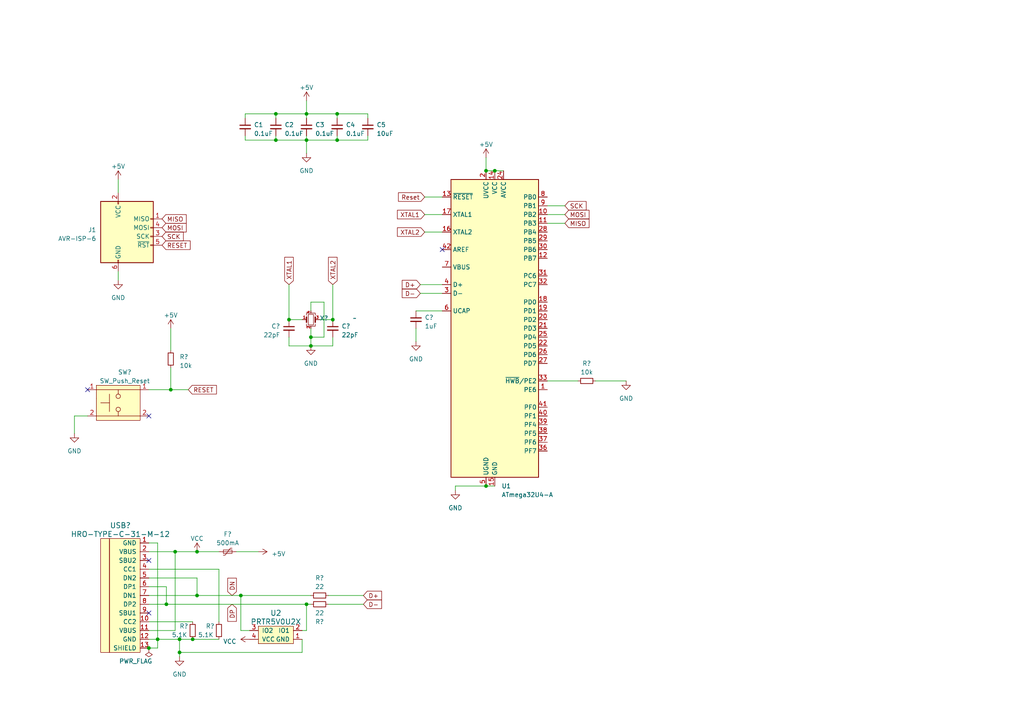
<source format=kicad_sch>
(kicad_sch (version 20230121) (generator eeschema)
  (paper "A4")
  (lib_symbols
    (symbol "Connector:AVR-ISP-6" (pin_names (offset 1.016))
      (property "Reference" "J" (at -6.35 11.43 0))
      (property "Value" "AVR-ISP-6" (at 0 11.43 0))
      (symbol "AVR-ISP-6_0_1"
        (rectangle (start -2.667 -6.858) (end -2.413 -7.62))
        (rectangle (start -2.667 10.16) (end -2.413 9.398))
        (rectangle (start 7.62 -2.413) (end 6.858 -2.667))
        (rectangle (start 7.62 0.127) (end 6.858 -0.127))
        (rectangle (start 7.62 2.667) (end 6.858 2.413))
        (rectangle (start 7.62 5.207) (end 6.858 4.953))
        (rectangle (start 7.62 10.16) (end -7.62 -7.62) (stroke (width 0.254)) (fill (type background)))
      )
      (symbol "AVR-ISP-6_1_1"
        (pin passive line (at 10.16 5.08 180) (length 2.54) (name "MISO") (number "1"))
        (pin passive line (at -2.54 12.7 270) (length 2.54) (name "VCC") (number "2"))
        (pin passive line (at 10.16 0 180) (length 2.54) (name "SCK") (number "3"))
        (pin passive line (at 10.16 2.54 180) (length 2.54) (name "MOSI") (number "4"))
        (pin passive line (at 10.16 -2.54 180) (length 2.54) (name "~{RST}") (number "5"))
        (pin passive line (at -2.54 -10.16 90) (length 2.54) (name "GND") (number "6"))
      )
    )
    (symbol "Device:C_Small" (pin_numbers hide) (pin_names (offset 0.254) hide)
      (property "Reference" "C" (at 0.254 1.778 0))
      (property "Value" "C_Small" (at 0.254 -2.032 0))
      (symbol "C_Small_0_1"
        (polyline (pts (xy -1.524 -0.508) (xy 1.524 -0.508)) (stroke (width 0.3302)))
        (polyline (pts (xy -1.524 0.508) (xy 1.524 0.508)) (stroke (width 0.3048)))
      )
      (symbol "C_Small_1_1"
        (pin passive line (at 0 2.54 270) (length 2.032) (name "~") (number "1"))
        (pin passive line (at 0 -2.54 90) (length 2.032) (name "~") (number "2"))
      )
    )
    (symbol "Device:Crystal_GND24_Small" (pin_names (offset 1.016) hide)
      (property "Reference" "Y" (at 1.27 4.445 0))
      (property "Value" "Crystal_GND24_Small" (at 1.27 2.54 0))
      (symbol "Crystal_GND24_Small_0_1"
        (rectangle (start -0.762 -1.524) (end 0.762 1.524))
        (polyline (pts (xy -1.27 -0.762) (xy -1.27 0.762)) (stroke (width 0.381)))
        (polyline (pts (xy 1.27 -0.762) (xy 1.27 0.762)) (stroke (width 0.381)))
        (polyline (pts (xy -1.27 -1.27) (xy -1.27 -1.905) (xy 1.27 -1.905) (xy 1.27 -1.27)))
        (polyline (pts (xy -1.27 1.27) (xy -1.27 1.905) (xy 1.27 1.905) (xy 1.27 1.27)))
      )
      (symbol "Crystal_GND24_Small_1_1"
        (pin passive line (at -2.54 0 0) (length 1.27) (name "1") (number "1"))
        (pin passive line (at 0 -2.54 90) (length 0.635) (name "2") (number "2"))
        (pin passive line (at 2.54 0 180) (length 1.27) (name "3") (number "3"))
        (pin passive line (at 0 2.54 270) (length 0.635) (name "4") (number "4"))
      )
    )
    (symbol "Device:Polyfuse_Small" (pin_numbers hide) (pin_names (offset 0))
      (property "Reference" "F" (at -1.905 0 90))
      (property "Value" "Polyfuse_Small" (at 1.905 0 90))
      (symbol "Polyfuse_Small_0_1"
        (rectangle (start -0.508 1.27) (end 0.508 -1.27))
        (polyline (pts (xy 0 2.54) (xy 0 -2.54)))
        (polyline (pts (xy -1.016 1.27) (xy -1.016 0.762) (xy 1.016 -0.762) (xy 1.016 -1.27)))
      )
      (symbol "Polyfuse_Small_1_1"
        (pin passive line (at 0 2.54 270) (length 0.635) (name "~") (number "1"))
        (pin passive line (at 0 -2.54 90) (length 0.635) (name "~") (number "2"))
      )
    )
    (symbol "Device:R_Small" (pin_numbers hide) (pin_names (offset 0.254) hide)
      (property "Reference" "R" (at 0.762 0.508 0))
      (property "Value" "R_Small" (at 0.762 -1.016 0))
      (symbol "R_Small_0_1"
        (rectangle (start -0.762 1.778) (end 0.762 -1.778) (stroke (width 0.2032)))
      )
      (symbol "R_Small_1_1"
        (pin passive line (at 0 2.54 270) (length 0.762) (name "~") (number "1"))
        (pin passive line (at 0 -2.54 90) (length 0.762) (name "~") (number "2"))
      )
    )
    (symbol "MCU_Microchip_ATmega:ATmega32U4-A"
      (property "Reference" "U" (at -12.7 44.45 0))
      (property "Value" "ATmega32U4-A" (at 2.54 -44.45 0))
      (symbol "ATmega32U4-A_0_1"
        (rectangle (start -12.7 -43.18) (end 12.7 43.18) (stroke (width 0.254)) (fill (type background)))
      )
      (symbol "ATmega32U4-A_1_1"
        (pin bidirectional line (at 15.24 -17.78 180) (length 2.54) (name "PE6") (number "1"))
        (pin bidirectional line (at 15.24 33.02 180) (length 2.54) (name "PB2") (number "10"))
        (pin bidirectional line (at 15.24 30.48 180) (length 2.54) (name "PB3") (number "11"))
        (pin bidirectional line (at 15.24 20.32 180) (length 2.54) (name "PB7") (number "12"))
        (pin input line (at -15.24 38.1 0) (length 2.54) (name "~{RESET}") (number "13"))
        (pin power_in line (at 0 45.72 270) (length 2.54) (name "VCC") (number "14"))
        (pin power_in line (at 0 -45.72 90) (length 2.54) (name "GND") (number "15"))
        (pin output line (at -15.24 27.94 0) (length 2.54) (name "XTAL2") (number "16"))
        (pin input line (at -15.24 33.02 0) (length 2.54) (name "XTAL1") (number "17"))
        (pin bidirectional line (at 15.24 7.62 180) (length 2.54) (name "PD0") (number "18"))
        (pin bidirectional line (at 15.24 5.08 180) (length 2.54) (name "PD1") (number "19"))
        (pin power_in line (at -2.54 45.72 270) (length 2.54) (name "UVCC") (number "2"))
        (pin bidirectional line (at 15.24 2.54 180) (length 2.54) (name "PD2") (number "20"))
        (pin bidirectional line (at 15.24 0 180) (length 2.54) (name "PD3") (number "21"))
        (pin bidirectional line (at 15.24 -5.08 180) (length 2.54) (name "PD5") (number "22"))
        (pin passive line (at 0 -45.72 90) (length 2.54) hide (name "GND") (number "23"))
        (pin power_in line (at 2.54 45.72 270) (length 2.54) (name "AVCC") (number "24"))
        (pin bidirectional line (at 15.24 -2.54 180) (length 2.54) (name "PD4") (number "25"))
        (pin bidirectional line (at 15.24 -7.62 180) (length 2.54) (name "PD6") (number "26"))
        (pin bidirectional line (at 15.24 -10.16 180) (length 2.54) (name "PD7") (number "27"))
        (pin bidirectional line (at 15.24 27.94 180) (length 2.54) (name "PB4") (number "28"))
        (pin bidirectional line (at 15.24 25.4 180) (length 2.54) (name "PB5") (number "29"))
        (pin bidirectional line (at -15.24 10.16 0) (length 2.54) (name "D-") (number "3"))
        (pin bidirectional line (at 15.24 22.86 180) (length 2.54) (name "PB6") (number "30"))
        (pin bidirectional line (at 15.24 15.24 180) (length 2.54) (name "PC6") (number "31"))
        (pin bidirectional line (at 15.24 12.7 180) (length 2.54) (name "PC7") (number "32"))
        (pin bidirectional line (at 15.24 -15.24 180) (length 2.54) (name "~{HWB}/PE2") (number "33"))
        (pin passive line (at 0 45.72 270) (length 2.54) hide (name "VCC") (number "34"))
        (pin passive line (at 0 -45.72 90) (length 2.54) hide (name "GND") (number "35"))
        (pin bidirectional line (at 15.24 -35.56 180) (length 2.54) (name "PF7") (number "36"))
        (pin bidirectional line (at 15.24 -33.02 180) (length 2.54) (name "PF6") (number "37"))
        (pin bidirectional line (at 15.24 -30.48 180) (length 2.54) (name "PF5") (number "38"))
        (pin bidirectional line (at 15.24 -27.94 180) (length 2.54) (name "PF4") (number "39"))
        (pin bidirectional line (at -15.24 12.7 0) (length 2.54) (name "D+") (number "4"))
        (pin bidirectional line (at 15.24 -25.4 180) (length 2.54) (name "PF1") (number "40"))
        (pin bidirectional line (at 15.24 -22.86 180) (length 2.54) (name "PF0") (number "41"))
        (pin passive line (at -15.24 22.86 0) (length 2.54) (name "AREF") (number "42"))
        (pin passive line (at 0 -45.72 90) (length 2.54) hide (name "GND") (number "43"))
        (pin passive line (at 2.54 45.72 270) (length 2.54) hide (name "AVCC") (number "44"))
        (pin passive line (at -2.54 -45.72 90) (length 2.54) (name "UGND") (number "5"))
        (pin passive line (at -15.24 5.08 0) (length 2.54) (name "UCAP") (number "6"))
        (pin input line (at -15.24 17.78 0) (length 2.54) (name "VBUS") (number "7"))
        (pin bidirectional line (at 15.24 38.1 180) (length 2.54) (name "PB0") (number "8"))
        (pin bidirectional line (at 15.24 35.56 180) (length 2.54) (name "PB1") (number "9"))
      )
    )
    (symbol "Switch:SW_SPQG" (pin_names (offset 0) hide)
      (property "Reference" "SW1" (at 1.9051 8.89 0))
      (property "Value" "SW_SKGQ" (at 1.9051 6.35 0))
      (symbol "SW_SPQG_0_1"
        (rectangle (start -6.35 1.27) (end -6.35 1.27))
        (rectangle (start -6.35 5.08) (end 6.35 -5.08) (fill (type background)))
        (polyline (pts (xy -2.54 0) (xy -5.08 0)))
        (polyline (pts (xy -6.35 -3.81) (xy 6.35 -3.81) (xy 0 -3.81)))
        (polyline (pts (xy -6.35 3.81) (xy 6.35 3.81) (xy 2.54 3.81)))
        (polyline (pts (xy -2.54 2.54) (xy -2.54 -2.54) (xy -2.54 0)))
      )
      (symbol "SW_SPQG_1_1"
        (pin free inverted (at 0 -3.81 90) (length 2.54) (name "") (number ""))
        (pin free inverted (at 0 3.81 270) (length 2.54) (name "") (number ""))
        (pin passive line (at -8.89 3.81 0) (length 2.54) (name "") (number "1"))
        (pin passive line (at 8.89 3.81 180) (length 2.54) (name "") (number "1"))
        (pin passive line (at -8.89 -3.81 0) (length 2.54) (name "") (number "2"))
        (pin passive line (at 8.89 -3.81 180) (length 2.54) (name "") (number "2"))
      )
    )
    (symbol "Type-C:HRO-TYPE-C-31-M-12" (pin_names (offset 1.016))
      (property "Reference" "USB" (at -5.08 16.51 0))
      (property "Value" "HRO-TYPE-C-31-M-12" (at -10.16 -1.27 90))
      (symbol "HRO-TYPE-C-31-M-12_0_1"
        (rectangle (start -11.43 15.24) (end -8.89 -17.78) (fill (type background)))
        (rectangle (start 0 -17.78) (end -8.89 15.24) (fill (type background)))
      )
      (symbol "HRO-TYPE-C-31-M-12_1_1"
        (pin input line (at 2.54 13.97 180) (length 2.54) (name "GND") (number "1"))
        (pin input line (at 2.54 -8.89 180) (length 2.54) (name "CC2") (number "10"))
        (pin input line (at 2.54 -11.43 180) (length 2.54) (name "VBUS") (number "11"))
        (pin input line (at 2.54 -13.97 180) (length 2.54) (name "GND") (number "12"))
        (pin input line (at 2.54 -16.51 180) (length 2.54) (name "SHIELD") (number "13"))
        (pin input line (at 2.54 11.43 180) (length 2.54) (name "VBUS") (number "2"))
        (pin input line (at 2.54 8.89 180) (length 2.54) (name "SBU2") (number "3"))
        (pin input line (at 2.54 6.35 180) (length 2.54) (name "CC1") (number "4"))
        (pin input line (at 2.54 3.81 180) (length 2.54) (name "DN2") (number "5"))
        (pin input line (at 2.54 1.27 180) (length 2.54) (name "DP1") (number "6"))
        (pin input line (at 2.54 -1.27 180) (length 2.54) (name "DN1") (number "7"))
        (pin input line (at 2.54 -3.81 180) (length 2.54) (name "DP2") (number "8"))
        (pin input line (at 2.54 -6.35 180) (length 2.54) (name "SBU1") (number "9"))
      )
    )
    (symbol "power:+5V" (power) (pin_names (offset 0))
      (property "Value" "+5V" (at 0 3.556 0))
      (symbol "+5V_0_1"
        (polyline (pts (xy -0.762 1.27) (xy 0 2.54)))
        (polyline (pts (xy 0 0) (xy 0 2.54)))
        (polyline (pts (xy 0 2.54) (xy 0.762 1.27)))
      )
      (symbol "+5V_1_1"
        (pin power_in line (at 0 0 90) (length 0) hide (name "+5V") (number "1"))
      )
    )
    (symbol "power:GND" (power) (pin_names (offset 0))
      (property "Value" "GND" (at 0 -3.81 0))
      (symbol "GND_0_1"
        (polyline (pts (xy 0 0) (xy 0 -1.27) (xy 1.27 -1.27) (xy 0 -2.54) (xy -1.27 -1.27) (xy 0 -1.27)))
      )
      (symbol "GND_1_1"
        (pin power_in line (at 0 0 270) (length 0) hide (name "GND") (number "1"))
      )
    )
    (symbol "power:PWR_FLAG" (power) (pin_numbers hide) (pin_names (offset 0) hide)
      (property "Value" "PWR_FLAG" (at 0 3.81 0))
      (symbol "PWR_FLAG_0_0"
        (pin power_out line (at 0 0 90) (length 0) (name "pwr") (number "1"))
      )
      (symbol "PWR_FLAG_0_1"
        (polyline (pts (xy 0 0) (xy 0 1.27) (xy -1.016 1.905) (xy 0 2.54) (xy 1.016 1.905) (xy 0 1.27)))
      )
    )
    (symbol "power:VCC" (power) (pin_names (offset 0))
      (property "Value" "VCC" (at 0 3.81 0))
      (symbol "VCC_0_1"
        (polyline (pts (xy -0.762 1.27) (xy 0 2.54)))
        (polyline (pts (xy 0 0) (xy 0 2.54)))
        (polyline (pts (xy 0 2.54) (xy 0.762 1.27)))
      )
      (symbol "VCC_1_1"
        (pin power_in line (at 0 0 90) (length 0) hide (name "VCC") (number "1"))
      )
    )
    (symbol "random-keyboard-parts:PRTR5V0U2X" (pin_names (offset 1.016))
      (property "Reference" "U" (at 0 3.81 0))
      (property "Value" "PRTR5V0U2X" (at 0 -3.81 0))
      (symbol "PRTR5V0U2X_0_1"
        (rectangle (start -5.08 2.54) (end 5.08 -2.54) (fill (type background)))
      )
      (symbol "PRTR5V0U2X_1_1"
        (pin input line (at -7.62 1.27 0) (length 2.54) (name "GND") (number "1"))
        (pin input line (at -7.62 -1.27 0) (length 2.54) (name "IO1") (number "2"))
        (pin input line (at 7.62 -1.27 180) (length 2.54) (name "IO2") (number "3"))
        (pin input line (at 7.62 1.27 180) (length 2.54) (name "VCC") (number "4"))
      )
    )
  )
  (junction (at 97.79 33.02))
  (junction (at 143.51 49.53))
  (junction (at 80.01 33.02))
  (junction (at 97.79 40.64))
  (junction (at 49.53 113.03))
  (junction (at 45.72 185.42))
  (junction (at 90.17 97.79))
  (junction (at 80.01 40.64))
  (junction (at 43.18 187.96))
  (junction (at 140.97 49.53))
  (junction (at 55.88 185.42))
  (junction (at 50.8 160.02))
  (junction (at 88.9 175.26))
  (junction (at 83.82 92.71))
  (junction (at 88.9 40.64))
  (junction (at 52.07 189.23))
  (junction (at 140.97 140.97))
  (junction (at 96.52 92.71))
  (junction (at 90.17 100.33))
  (junction (at 48.26 175.26))
  (junction (at 57.15 160.02))
  (junction (at 88.9 33.02))
  (junction (at 52.07 185.42))
  (junction (at 69.85 172.72))
  (junction (at 57.15 172.72))
  (no_connect (at 25.4 113.03))
  (no_connect (at 43.18 177.8))
  (no_connect (at 128.27 72.39))
  (no_connect (at 43.18 120.65))
  (no_connect (at 43.18 162.56))
  (wire (pts (xy 49.53 113.03) (xy 49.53 106.68)))
  (wire (pts (xy 88.9 182.88) (xy 88.9 175.26)))
  (wire (pts (xy 97.79 39.37) (xy 97.79 40.64)))
  (wire (pts (xy 57.15 172.72) (xy 69.85 172.72)))
  (wire (pts (xy 45.72 185.42) (xy 45.72 187.96)))
  (wire (pts (xy 140.97 45.72) (xy 140.97 49.53)))
  (wire (pts (xy 43.18 172.72) (xy 57.15 172.72)))
  (wire (pts (xy 90.17 87.63) (xy 93.98 87.63)))
  (wire (pts (xy 45.72 187.96) (xy 43.18 187.96)))
  (wire (pts (xy 88.9 29.21) (xy 88.9 33.02)))
  (wire (pts (xy 68.58 160.02) (xy 74.93 160.02)))
  (wire (pts (xy 121.92 85.09) (xy 128.27 85.09)))
  (wire (pts (xy 96.52 100.33) (xy 90.17 100.33)))
  (wire (pts (xy 83.82 100.33) (xy 90.17 100.33)))
  (wire (pts (xy 43.18 180.34) (xy 55.88 180.34)))
  (wire (pts (xy 121.92 82.55) (xy 128.27 82.55)))
  (wire (pts (xy 69.85 172.72) (xy 90.17 172.72)))
  (wire (pts (xy 123.19 67.31) (xy 128.27 67.31)))
  (wire (pts (xy 43.18 160.02) (xy 50.8 160.02)))
  (wire (pts (xy 88.9 40.64) (xy 88.9 44.45)))
  (wire (pts (xy 95.25 175.26) (xy 105.41 175.26)))
  (wire (pts (xy 96.52 97.79) (xy 96.52 100.33)))
  (wire (pts (xy 87.63 182.88) (xy 88.9 182.88)))
  (wire (pts (xy 43.18 182.88) (xy 50.8 182.88)))
  (wire (pts (xy 97.79 33.02) (xy 106.68 33.02)))
  (wire (pts (xy 43.18 185.42) (xy 45.72 185.42)))
  (wire (pts (xy 52.07 190.5) (xy 52.07 189.23)))
  (wire (pts (xy 50.8 182.88) (xy 50.8 160.02)))
  (wire (pts (xy 90.17 90.17) (xy 90.17 87.63)))
  (wire (pts (xy 71.12 40.64) (xy 80.01 40.64)))
  (wire (pts (xy 80.01 40.64) (xy 88.9 40.64)))
  (wire (pts (xy 52.07 189.23) (xy 52.07 185.42)))
  (wire (pts (xy 34.29 78.74) (xy 34.29 81.28)))
  (wire (pts (xy 88.9 40.64) (xy 97.79 40.64)))
  (wire (pts (xy 97.79 33.02) (xy 97.79 34.29)))
  (wire (pts (xy 83.82 97.79) (xy 83.82 100.33)))
  (wire (pts (xy 90.17 95.25) (xy 90.17 97.79)))
  (wire (pts (xy 71.12 33.02) (xy 80.01 33.02)))
  (wire (pts (xy 158.75 59.69) (xy 163.83 59.69)))
  (wire (pts (xy 97.79 40.64) (xy 106.68 40.64)))
  (wire (pts (xy 43.18 175.26) (xy 48.26 175.26)))
  (wire (pts (xy 52.07 185.42) (xy 55.88 185.42)))
  (wire (pts (xy 83.82 82.55) (xy 83.82 92.71)))
  (wire (pts (xy 93.98 87.63) (xy 93.98 97.79)))
  (wire (pts (xy 93.98 97.79) (xy 90.17 97.79)))
  (wire (pts (xy 90.17 97.79) (xy 90.17 100.33)))
  (wire (pts (xy 123.19 62.23) (xy 128.27 62.23)))
  (wire (pts (xy 158.75 62.23) (xy 163.83 62.23)))
  (wire (pts (xy 106.68 33.02) (xy 106.68 34.29)))
  (wire (pts (xy 71.12 34.29) (xy 71.12 33.02)))
  (wire (pts (xy 80.01 33.02) (xy 88.9 33.02)))
  (wire (pts (xy 55.88 185.42) (xy 63.5 185.42)))
  (wire (pts (xy 50.8 160.02) (xy 57.15 160.02)))
  (wire (pts (xy 25.4 120.65) (xy 21.59 120.65)))
  (wire (pts (xy 158.75 64.77) (xy 163.83 64.77)))
  (wire (pts (xy 43.18 113.03) (xy 49.53 113.03)))
  (wire (pts (xy 143.51 49.53) (xy 146.05 49.53)))
  (wire (pts (xy 52.07 185.42) (xy 45.72 185.42)))
  (wire (pts (xy 52.07 189.23) (xy 87.63 189.23)))
  (wire (pts (xy 172.72 110.49) (xy 181.61 110.49)))
  (wire (pts (xy 43.18 170.18) (xy 48.26 170.18)))
  (wire (pts (xy 95.25 172.72) (xy 105.41 172.72)))
  (wire (pts (xy 88.9 33.02) (xy 97.79 33.02)))
  (wire (pts (xy 88.9 175.26) (xy 90.17 175.26)))
  (wire (pts (xy 43.18 157.48) (xy 45.72 157.48)))
  (wire (pts (xy 49.53 113.03) (xy 54.61 113.03)))
  (wire (pts (xy 83.82 92.71) (xy 87.63 92.71)))
  (wire (pts (xy 143.51 140.97) (xy 140.97 140.97)))
  (wire (pts (xy 34.29 52.07) (xy 34.29 55.88)))
  (wire (pts (xy 48.26 170.18) (xy 48.26 175.26)))
  (wire (pts (xy 120.65 95.25) (xy 120.65 99.06)))
  (wire (pts (xy 123.19 57.15) (xy 128.27 57.15)))
  (wire (pts (xy 132.08 140.97) (xy 132.08 142.24)))
  (wire (pts (xy 140.97 140.97) (xy 132.08 140.97)))
  (wire (pts (xy 45.72 157.48) (xy 45.72 185.42)))
  (wire (pts (xy 69.85 182.88) (xy 69.85 172.72)))
  (wire (pts (xy 72.39 182.88) (xy 69.85 182.88)))
  (wire (pts (xy 49.53 95.25) (xy 49.53 101.6)))
  (wire (pts (xy 87.63 185.42) (xy 87.63 189.23)))
  (wire (pts (xy 120.65 90.17) (xy 128.27 90.17)))
  (wire (pts (xy 48.26 175.26) (xy 88.9 175.26)))
  (wire (pts (xy 80.01 39.37) (xy 80.01 40.64)))
  (wire (pts (xy 43.18 165.1) (xy 63.5 165.1)))
  (wire (pts (xy 21.59 120.65) (xy 21.59 125.73)))
  (wire (pts (xy 43.18 167.64) (xy 57.15 167.64)))
  (wire (pts (xy 106.68 40.64) (xy 106.68 39.37)))
  (wire (pts (xy 88.9 33.02) (xy 88.9 34.29)))
  (wire (pts (xy 57.15 167.64) (xy 57.15 172.72)))
  (wire (pts (xy 158.75 110.49) (xy 167.64 110.49)))
  (wire (pts (xy 80.01 33.02) (xy 80.01 34.29)))
  (wire (pts (xy 63.5 165.1) (xy 63.5 180.34)))
  (wire (pts (xy 57.15 160.02) (xy 63.5 160.02)))
  (wire (pts (xy 88.9 39.37) (xy 88.9 40.64)))
  (wire (pts (xy 71.12 39.37) (xy 71.12 40.64)))
  (wire (pts (xy 92.71 92.71) (xy 96.52 92.71)))
  (wire (pts (xy 96.52 92.71) (xy 96.52 82.55)))
  (wire (pts (xy 140.97 49.53) (xy 143.51 49.53)))
  (global_label "MISO" (shape input) (at 163.83 64.77 0) (property "Intersheetrefs" "${INTERSHEET_REFS}" (effects hide)))
  (global_label "Reset" (shape input) (at 123.19 57.15 180) (property "Intersheetrefs" "${INTERSHEET_REFS}" (effects hide)))
  (global_label "MISO" (shape input) (at 46.99 63.5 0) (property "Intersheetrefs" "${INTERSHEET_REFS}" (effects hide)))
  (global_label "XTAL1" (shape input) (at 123.19 62.23 180) (property "Intersheetrefs" "${INTERSHEET_REFS}" (effects hide)))
  (global_label "D-" (shape input) (at 105.41 175.26 0) (property "Intersheetrefs" "${INTERSHEET_REFS}" (effects hide)))
  (global_label "DP" (shape input) (at 67.31 175.26 270) (property "Intersheetrefs" "${INTERSHEET_REFS}" (effects hide)))
  (global_label "D+" (shape input) (at 121.92 82.55 180) (property "Intersheetrefs" "${INTERSHEET_REFS}" (effects hide)))
  (global_label "XTAL1" (shape input) (at 83.82 82.55 90) (property "Intersheetrefs" "${INTERSHEET_REFS}" (effects hide)))
  (global_label "SCK" (shape input) (at 46.99 68.58 0) (property "Intersheetrefs" "${INTERSHEET_REFS}" (effects hide)))
  (global_label "XTAL2" (shape input) (at 96.52 82.55 90) (property "Intersheetrefs" "${INTERSHEET_REFS}" (effects hide)))
  (global_label "DN" (shape input) (at 67.31 172.72 90) (property "Intersheetrefs" "${INTERSHEET_REFS}" (effects hide)))
  (global_label "D-" (shape input) (at 121.92 85.09 180) (property "Intersheetrefs" "${INTERSHEET_REFS}" (effects hide)))
  (global_label "MOSI" (shape input) (at 46.99 66.04 0) (property "Intersheetrefs" "${INTERSHEET_REFS}" (effects hide)))
  (global_label "SCK" (shape input) (at 163.83 59.69 0) (property "Intersheetrefs" "${INTERSHEET_REFS}" (effects hide)))
  (global_label "D+" (shape input) (at 105.41 172.72 0) (property "Intersheetrefs" "${INTERSHEET_REFS}" (effects hide)))
  (global_label "RESET" (shape input) (at 54.61 113.03 0) (property "Intersheetrefs" "${INTERSHEET_REFS}" (effects hide)))
  (global_label "XTAL2" (shape input) (at 123.19 67.31 180) (property "Intersheetrefs" "${INTERSHEET_REFS}" (effects hide)))
  (global_label "RESET" (shape input) (at 46.99 71.12 0) (property "Intersheetrefs" "${INTERSHEET_REFS}" (effects hide)))
  (global_label "MOSI" (shape input) (at 163.83 62.23 0) (property "Intersheetrefs" "${INTERSHEET_REFS}" (effects hide)))
  (symbol (lib_id "Device:C_Small") (at 88.9 36.83 0) (unit 1)
    (property "Reference" "C3" (at 91.44 36.2013 0) (effects (justify left)))
    (property "Value" "0.1uF" (at 91.44 38.7413 0) (effects (justify left)))
  )
  (symbol (lib_id "Device:R_Small") (at 63.5 182.88 0) (mirror y) (unit 1)
    (property "Reference" "R?" (at 60.96 181.61 0))
    (property "Value" "5.1K" (at 59.69 184.15 0))
  )
  (symbol (lib_id "power:GND") (at 132.08 142.24 0) (unit 1)
    (property "Reference" "#PWR02" (effects hide))
    (property "Value" "GND" (at 132.08 147.32 0))
  )
  (symbol (lib_id "Device:C_Small") (at 83.82 95.25 0) (mirror y) (unit 1)
    (property "Reference" "C?" (at 81.28 94.6213 0) (effects (justify left)))
    (property "Value" "22pF" (at 81.28 97.1613 0) (effects (justify left)))
  )
  (symbol (lib_id "Connector:AVR-ISP-6") (at 36.83 68.58 0) (unit 1)
    (property "Reference" "J1" (at 27.94 66.675 0) (effects (justify right)))
    (property "Value" "AVR-ISP-6" (at 27.94 69.215 0) (effects (justify right)))
    (property "Datasheet" " ~" (effects hide))
  )
  (symbol (lib_id "Device:Crystal_GND24_Small") (at 90.17 92.71 0) (unit 1)
    (property "Reference" "X?" (at 93.98 92.3037 0))
    (property "Value" "~" (at 102.87 92.3037 0))
  )
  (symbol (lib_id "power:VCC") (at 72.39 185.42 90) (unit 1)
    (property "Reference" "#PWR015" (effects hide))
    (property "Value" "VCC" (at 68.58 186.055 90) (effects (justify left)))
  )
  (symbol (lib_id "Type-C:HRO-TYPE-C-31-M-12") (at 40.64 171.45 0) (unit 1)
    (property "Reference" "USB?" (at 34.925 152.4 0) (effects (font (size 1.524 1.524))))
    (property "Value" "HRO-TYPE-C-31-M-12" (at 34.925 154.94 0) (effects (font (size 1.524 1.524))))
  )
  (symbol (lib_id "Device:C_Small") (at 120.65 92.71 0) (unit 1)
    (property "Reference" "C?" (at 123.19 92.0813 0) (effects (justify left)))
    (property "Value" "1uF" (at 123.19 94.6213 0) (effects (justify left)))
  )
  (symbol (lib_id "Device:C_Small") (at 71.12 36.83 0) (unit 1)
    (property "Reference" "C1" (at 73.66 36.2013 0) (effects (justify left)))
    (property "Value" "0.1uF" (at 73.66 38.7413 0) (effects (justify left)))
  )
  (symbol (lib_id "power:+5V") (at 88.9 29.21 0) (unit 1)
    (property "Reference" "#PWR07" (effects hide))
    (property "Value" "+5V" (at 88.9 25.4 0))
  )
  (symbol (lib_id "power:+5V") (at 34.29 52.07 0) (unit 1)
    (property "Reference" "#PWR09" (effects hide))
    (property "Value" "+5V" (at 34.29 48.26 0))
  )
  (symbol (lib_id "power:GND") (at 181.61 110.49 0) (unit 1)
    (property "Reference" "#PWR03" (effects hide))
    (property "Value" "GND" (at 181.61 115.57 0))
  )
  (symbol (lib_id "power:+5V") (at 140.97 45.72 0) (unit 1)
    (property "Reference" "#PWR01" (effects hide))
    (property "Value" "+5V" (at 140.97 41.91 0))
  )
  (symbol (lib_id "power:VCC") (at 57.15 160.02 0) (unit 1)
    (property "Reference" "#PWR012" (effects hide))
    (property "Value" "VCC" (at 57.15 156.21 0))
  )
  (symbol (lib_id "Device:C_Small") (at 97.79 36.83 0) (unit 1)
    (property "Reference" "C4" (at 100.33 36.2013 0) (effects (justify left)))
    (property "Value" "0.1uF" (at 100.33 38.7413 0) (effects (justify left)))
  )
  (symbol (lib_id "Device:R_Small") (at 92.71 175.26 90) (mirror x) (unit 1)
    (property "Reference" "R?" (at 92.71 180.34 90))
    (property "Value" "22" (at 92.71 177.8 90))
  )
  (symbol (lib_id "Device:R_Small") (at 49.53 104.14 0) (unit 1)
    (property "Reference" "R?" (at 52.07 103.505 0) (effects (justify left)))
    (property "Value" "10k" (at 52.07 106.045 0) (effects (justify left)))
  )
  (symbol (lib_id "power:+5V") (at 74.93 160.02 270) (unit 1)
    (property "Reference" "#PWR013" (effects hide))
    (property "Value" "+5V" (at 78.74 160.655 90) (effects (justify left)))
  )
  (symbol (lib_id "power:GND") (at 21.59 125.73 0) (unit 1)
    (property "Reference" "#PWR011" (effects hide))
    (property "Value" "GND" (at 21.59 130.81 0))
  )
  (symbol (lib_id "Device:R_Small") (at 92.71 172.72 270) (mirror x) (unit 1)
    (property "Reference" "R?" (at 92.71 167.64 90))
    (property "Value" "22" (at 92.71 170.18 90))
  )
  (symbol (lib_id "Switch:SW_SPQG") (at 34.29 116.84 0) (unit 1)
    (property "Reference" "SW?" (at 36.1951 107.95 0))
    (property "Value" "SW_Push_Reset" (at 36.1951 110.49 0))
  )
  (symbol (lib_id "Device:C_Small") (at 106.68 36.83 0) (unit 1)
    (property "Reference" "C5" (at 109.22 36.2013 0) (effects (justify left)))
    (property "Value" "10uF" (at 109.22 38.7413 0) (effects (justify left)))
  )
  (symbol (lib_id "Device:Polyfuse_Small") (at 66.04 160.02 90) (unit 1)
    (property "Reference" "F?" (at 66.04 154.94 90))
    (property "Value" "500mA" (at 66.04 157.48 90))
  )
  (symbol (lib_id "power:PWR_FLAG") (at 43.18 187.96 180) (unit 1)
    (property "Reference" "#FLG01" (effects hide))
    (property "Value" "PWR_FLAG" (at 39.37 191.77 0))
  )
  (symbol (lib_id "power:GND") (at 120.65 99.06 0) (unit 1)
    (property "Reference" "#PWR04" (effects hide))
    (property "Value" "GND" (at 120.65 104.14 0))
  )
  (symbol (lib_id "power:+5V") (at 49.53 95.25 0) (unit 1)
    (property "Reference" "#PWR010" (effects hide))
    (property "Value" "+5V" (at 49.53 91.44 0))
  )
  (symbol (lib_id "Device:R_Small") (at 170.18 110.49 270) (unit 1)
    (property "Reference" "R?" (at 170.18 105.41 90))
    (property "Value" "10k" (at 170.18 107.95 90))
  )
  (symbol (lib_id "Device:C_Small") (at 80.01 36.83 0) (unit 1)
    (property "Reference" "C2" (at 82.55 36.2013 0) (effects (justify left)))
    (property "Value" "0.1uF" (at 82.55 38.7413 0) (effects (justify left)))
  )
  (symbol (lib_id "random-keyboard-parts:PRTR5V0U2X") (at 80.01 184.15 180) (unit 1)
    (property "Reference" "U2" (at 80.01 177.8 0) (effects (font (size 1.524 1.524))))
    (property "Value" "PRTR5V0U2X" (at 80.01 180.34 0) (effects (font (size 1.524 1.524))))
  )
  (symbol (lib_id "power:GND") (at 88.9 44.45 0) (unit 1)
    (property "Reference" "#PWR06" (effects hide))
    (property "Value" "GND" (at 88.9 49.53 0))
  )
  (symbol (lib_id "power:GND") (at 52.07 190.5 0) (unit 1)
    (property "Reference" "#PWR014" (effects hide))
    (property "Value" "GND" (at 52.07 195.58 0))
  )
  (symbol (lib_id "power:GND") (at 34.29 81.28 0) (unit 1)
    (property "Reference" "#PWR08" (effects hide))
    (property "Value" "GND" (at 34.29 86.36 0))
  )
  (symbol (lib_id "Device:C_Small") (at 96.52 95.25 0) (unit 1)
    (property "Reference" "C?" (at 99.06 94.6213 0) (effects (justify left)))
    (property "Value" "22pF" (at 99.06 97.1613 0) (effects (justify left)))
  )
  (symbol (lib_id "MCU_Microchip_ATmega:ATmega32U4-A") (at 143.51 95.25 0) (unit 1)
    (property "Reference" "U1" (at 145.4659 140.97 0) (effects (justify left)))
    (property "Value" "ATmega32U4-A" (at 145.4659 143.51 0) (effects (justify left)))
    (property "Footprint" "Package_QFP:TQFP-44_10x10mm_P0.8mm" (effects hide))
    (property "Datasheet" "http://ww1.microchip.com/downloads/en/DeviceDoc/Atmel-7766-8-bit-AVR-ATmega16U4-32U4_Datasheet.pdf" (effects hide))
  )
  (symbol (lib_id "power:GND") (at 90.17 100.33 0) (unit 1)
    (property "Reference" "#PWR05" (effects hide))
    (property "Value" "GND" (at 90.17 105.41 0))
  )
  (symbol (lib_id "Device:R_Small") (at 55.88 182.88 0) (mirror y) (unit 1)
    (property "Reference" "R?" (at 53.34 181.61 0))
    (property "Value" "5.1K" (at 52.07 184.15 0))
  )
)
</source>
